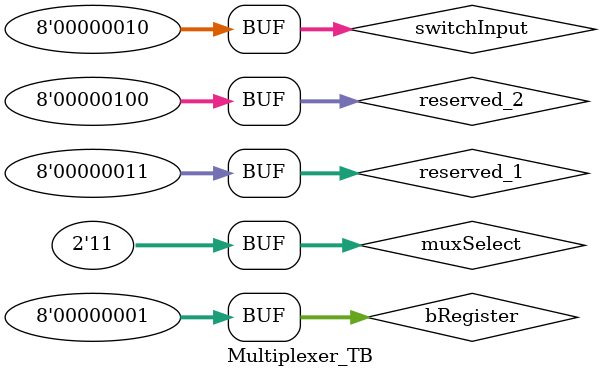
<source format=sv>
module Multiplexer (MuxSelect, BRegister, SwitchInput, Reserved_1, Reserved_2, BOutput);

	input [1:0] MuxSelect; 
	input [7:0] BRegister, SwitchInput, Reserved_1, Reserved_2;
	output logic [7:0] BOutput;

	always_comb begin
		case (MuxSelect)
		2'b00: BOutput = BRegister;
		2'b01: BOutput = Reserved_1;
		2'b10: BOutput = Reserved_2;
		2'b11: BOutput = SwitchInput;
		endcase
	end	
endmodule

// ---- ---- ---- ---- //

`timescale 1ns / 1ps

module Multiplexer_TB ();
	
	logic [1:0] muxSelect; logic [7:0] bRegister, switchInput, reserved_1, reserved_2, bOutput;
	Multiplexer simulation(.MuxSelect(muxSelect), .BRegister(bRegister), .SwitchInput(switchInput), .Reserved_1(reserved_1), .Reserved_2(reserved_2), .BOutput(bOutput));
	
	initial begin
		muxSelect = 2'b00; bRegister = 8'd1; switchInput = 8'd2; reserved_1 = 8'd3; reserved_2 = 8'd4;
		#10;
		muxSelect = 2'b01; bRegister = 8'd1; switchInput = 8'd2; reserved_1 = 8'd3; reserved_2 = 8'd4;
		#10;
		muxSelect = 2'b10; bRegister = 8'd1; switchInput = 8'd2; reserved_1 = 8'd3; reserved_2 = 8'd4;
		#10;
		muxSelect = 2'b11; bRegister = 8'd1; switchInput = 8'd2; reserved_1 = 8'd3; reserved_2 = 8'd4;
		#10;
	end
endmodule 
</source>
